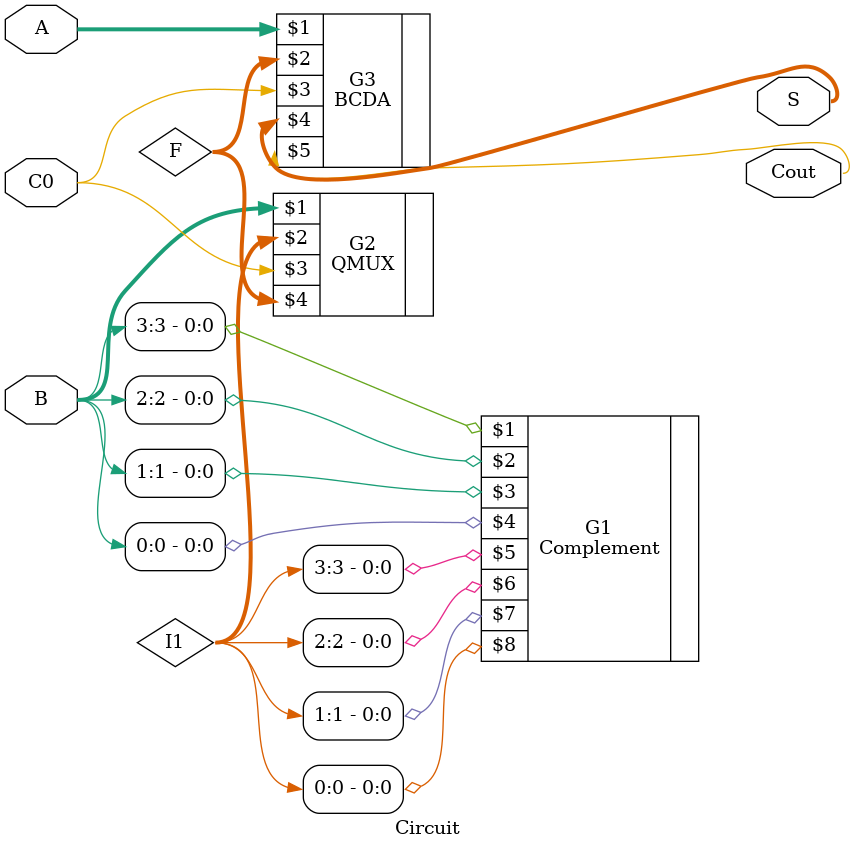
<source format=v>
module Circuit(A,B,C0,S,Cout);
input [3:0] B,A;
input C0;
output Cout;
output[3:0]S;
wire [3:0] I1,F;

Complement G1(B[3],B[2],B[1],B[0],I1[3],I1[2],I1[1],I1[0]);
QMUX G2(B,I1,C0,F);
BCDA G3(A,F,C0,S,Cout);
endmodule

</source>
